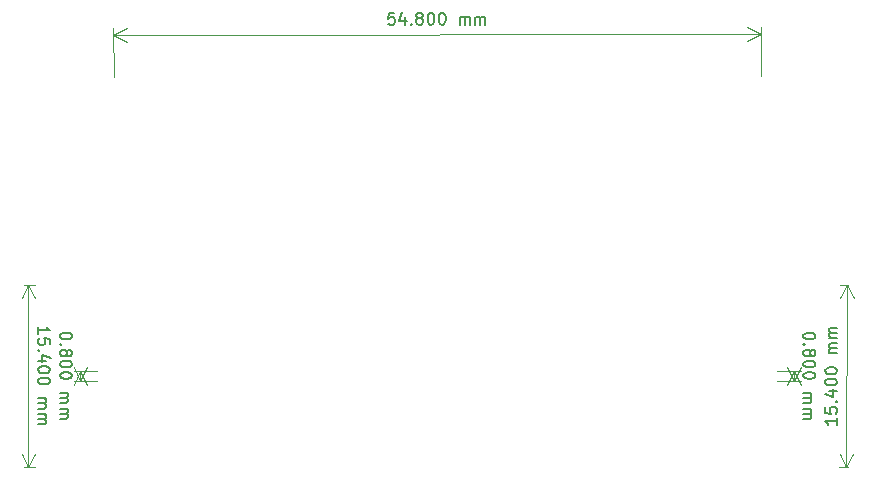
<source format=gbr>
G04 #@! TF.GenerationSoftware,KiCad,Pcbnew,(5.1.2-1)-1*
G04 #@! TF.CreationDate,2019-12-30T17:07:45+01:00*
G04 #@! TF.ProjectId,C64_autofire,4336345f-6175-4746-9f66-6972652e6b69,rev?*
G04 #@! TF.SameCoordinates,Original*
G04 #@! TF.FileFunction,Legend,Bot*
G04 #@! TF.FilePolarity,Positive*
%FSLAX46Y46*%
G04 Gerber Fmt 4.6, Leading zero omitted, Abs format (unit mm)*
G04 Created by KiCad (PCBNEW (5.1.2-1)-1) date 2019-12-30 17:07:45*
%MOMM*%
%LPD*%
G04 APERTURE LIST*
%ADD10C,0.150000*%
%ADD11C,0.120000*%
G04 APERTURE END LIST*
D10*
X64576056Y-23410687D02*
X64099865Y-23411121D01*
X64052681Y-23887355D01*
X64100256Y-23839692D01*
X64195451Y-23791987D01*
X64433546Y-23791769D01*
X64528828Y-23839301D01*
X64576490Y-23886877D01*
X64624196Y-23982072D01*
X64624413Y-24220167D01*
X64576881Y-24315448D01*
X64529306Y-24363111D01*
X64434111Y-24410817D01*
X64196016Y-24411034D01*
X64100734Y-24363502D01*
X64053072Y-24315926D01*
X65481121Y-23743194D02*
X65481730Y-24409861D01*
X65242679Y-23362459D02*
X65005235Y-24076962D01*
X65624283Y-24076397D01*
X66005452Y-24314145D02*
X66053115Y-24361720D01*
X66005539Y-24409383D01*
X65957877Y-24361807D01*
X66005452Y-24314145D01*
X66005539Y-24409383D01*
X66624065Y-23837390D02*
X66528783Y-23789858D01*
X66481121Y-23742282D01*
X66433415Y-23647087D01*
X66433372Y-23599468D01*
X66480904Y-23504187D01*
X66528479Y-23456524D01*
X66623674Y-23408818D01*
X66814150Y-23408645D01*
X66909432Y-23456177D01*
X66957094Y-23503752D01*
X67004800Y-23598947D01*
X67004843Y-23646566D01*
X66957311Y-23741848D01*
X66909736Y-23789510D01*
X66814541Y-23837216D01*
X66624065Y-23837390D01*
X66528870Y-23885096D01*
X66481295Y-23932758D01*
X66433763Y-24028040D01*
X66433936Y-24218516D01*
X66481642Y-24313710D01*
X66529305Y-24361286D01*
X66624586Y-24408818D01*
X66815062Y-24408644D01*
X66910257Y-24360938D01*
X66957833Y-24313276D01*
X67005365Y-24217994D01*
X67005191Y-24027518D01*
X66957485Y-23932324D01*
X66909823Y-23884748D01*
X66814541Y-23837216D01*
X67623674Y-23407906D02*
X67718912Y-23407819D01*
X67814193Y-23455351D01*
X67861856Y-23502927D01*
X67909561Y-23598121D01*
X67957354Y-23788554D01*
X67957572Y-24026649D01*
X67910126Y-24217169D01*
X67862594Y-24312450D01*
X67815019Y-24360113D01*
X67719824Y-24407819D01*
X67624586Y-24407906D01*
X67529304Y-24360374D01*
X67481642Y-24312798D01*
X67433936Y-24217603D01*
X67386143Y-24027171D01*
X67385926Y-23789076D01*
X67433371Y-23598556D01*
X67480903Y-23503274D01*
X67528479Y-23455612D01*
X67623674Y-23407906D01*
X68576054Y-23407037D02*
X68671292Y-23406950D01*
X68766574Y-23454482D01*
X68814236Y-23502058D01*
X68861942Y-23597253D01*
X68909735Y-23787685D01*
X68909952Y-24025780D01*
X68862507Y-24216300D01*
X68814975Y-24311581D01*
X68767399Y-24359244D01*
X68672205Y-24406950D01*
X68576966Y-24407037D01*
X68481685Y-24359505D01*
X68434022Y-24311929D01*
X68386317Y-24216734D01*
X68338524Y-24026302D01*
X68338307Y-23788207D01*
X68385752Y-23597687D01*
X68433284Y-23502405D01*
X68480859Y-23454743D01*
X68576054Y-23407037D01*
X70100775Y-24405646D02*
X70100167Y-23738980D01*
X70100254Y-23834218D02*
X70147830Y-23786556D01*
X70243024Y-23738850D01*
X70385881Y-23738719D01*
X70481163Y-23786251D01*
X70528869Y-23881446D01*
X70529347Y-24405255D01*
X70528869Y-23881446D02*
X70576401Y-23786165D01*
X70671595Y-23738459D01*
X70814453Y-23738328D01*
X70909734Y-23785860D01*
X70957440Y-23881055D01*
X70957918Y-24404864D01*
X71434108Y-24404430D02*
X71433500Y-23737763D01*
X71433587Y-23833001D02*
X71481162Y-23785339D01*
X71576357Y-23737633D01*
X71719214Y-23737503D01*
X71814496Y-23785035D01*
X71862201Y-23880229D01*
X71862679Y-24404039D01*
X71862201Y-23880229D02*
X71909734Y-23784948D01*
X72004928Y-23737242D01*
X72147785Y-23737112D01*
X72243067Y-23784644D01*
X72290773Y-23879838D01*
X72291251Y-24403648D01*
D11*
X40796761Y-25250003D02*
X95596761Y-25200003D01*
X40800000Y-28800000D02*
X40796226Y-24663583D01*
X95600000Y-28750000D02*
X95596226Y-24613583D01*
X95596761Y-25200003D02*
X94470793Y-25787451D01*
X95596761Y-25200003D02*
X94469723Y-24614610D01*
X40796761Y-25250003D02*
X41923799Y-25835396D01*
X40796761Y-25250003D02*
X41922729Y-24662555D01*
D10*
X102046766Y-57718433D02*
X102044910Y-58289859D01*
X102045838Y-58004146D02*
X101045843Y-58000899D01*
X101188390Y-58096600D01*
X101283319Y-58192147D01*
X101330628Y-58287539D01*
X101049708Y-56810429D02*
X101048162Y-57286617D01*
X101524196Y-57335782D01*
X101476731Y-57288009D01*
X101429422Y-57192616D01*
X101430195Y-56954522D01*
X101478123Y-56859439D01*
X101525896Y-56811975D01*
X101621289Y-56764666D01*
X101859383Y-56765439D01*
X101954466Y-56813367D01*
X102001930Y-56861140D01*
X102049239Y-56956532D01*
X102048466Y-57194626D01*
X102000538Y-57289709D01*
X101952765Y-57337173D01*
X101956012Y-56337179D02*
X102003785Y-56289715D01*
X102051249Y-56337488D01*
X102003476Y-56384952D01*
X101956012Y-56337179D01*
X102051249Y-56337488D01*
X101387524Y-55430566D02*
X102054187Y-55432731D01*
X101005800Y-55667423D02*
X101719309Y-55907836D01*
X101721319Y-55288792D01*
X101056511Y-54715202D02*
X101056820Y-54619964D01*
X101104748Y-54524882D01*
X101152522Y-54477417D01*
X101247914Y-54430108D01*
X101438544Y-54383107D01*
X101676638Y-54383880D01*
X101866958Y-54432118D01*
X101962041Y-54480046D01*
X102009505Y-54527819D01*
X102056815Y-54623211D01*
X102056506Y-54718449D01*
X102008578Y-54813532D01*
X101960804Y-54860996D01*
X101865412Y-54908306D01*
X101674782Y-54955306D01*
X101436688Y-54954533D01*
X101246368Y-54906296D01*
X101151285Y-54858368D01*
X101103821Y-54810594D01*
X101056511Y-54715202D01*
X101059603Y-53762826D02*
X101059912Y-53667589D01*
X101107840Y-53572506D01*
X101155614Y-53525041D01*
X101251006Y-53477732D01*
X101441636Y-53430731D01*
X101679730Y-53431504D01*
X101870050Y-53479742D01*
X101965133Y-53527670D01*
X102012598Y-53575443D01*
X102059907Y-53670835D01*
X102059598Y-53766073D01*
X102011670Y-53861156D01*
X101963897Y-53908620D01*
X101868504Y-53955930D01*
X101677875Y-54002930D01*
X101439781Y-54002157D01*
X101249460Y-53953920D01*
X101154377Y-53905992D01*
X101106913Y-53858218D01*
X101059603Y-53762826D01*
X102064545Y-52242271D02*
X101397882Y-52240107D01*
X101493120Y-52240416D02*
X101445656Y-52192643D01*
X101398346Y-52097251D01*
X101398810Y-51954394D01*
X101446738Y-51859311D01*
X101542130Y-51812002D01*
X102065937Y-51813702D01*
X101542130Y-51812002D02*
X101447047Y-51764074D01*
X101399737Y-51668681D01*
X101400201Y-51525825D01*
X101448129Y-51430742D01*
X101543521Y-51383432D01*
X102067328Y-51385133D01*
X102068874Y-50908945D02*
X101402211Y-50906781D01*
X101497449Y-50907090D02*
X101449985Y-50859316D01*
X101402675Y-50763924D01*
X101403139Y-50621068D01*
X101451067Y-50525985D01*
X101546459Y-50478675D01*
X102070266Y-50480376D01*
X101546459Y-50478675D02*
X101451376Y-50430747D01*
X101404066Y-50335355D01*
X101404530Y-50192499D01*
X101452458Y-50097416D01*
X101547850Y-50050106D01*
X102071657Y-50051807D01*
D11*
X102900976Y-46449678D02*
X102850976Y-61849678D01*
X103000000Y-46450000D02*
X102314558Y-46447775D01*
X102950000Y-61850000D02*
X102264558Y-61847775D01*
X102850976Y-61849678D02*
X102268216Y-60721276D01*
X102850976Y-61849678D02*
X103441051Y-60725084D01*
X102900976Y-46449678D02*
X102310901Y-47574272D01*
X102900976Y-46449678D02*
X103483736Y-47578080D01*
D10*
X34417619Y-50578571D02*
X34417619Y-50007142D01*
X34417619Y-50292857D02*
X35417619Y-50292857D01*
X35274761Y-50197619D01*
X35179523Y-50102380D01*
X35131904Y-50007142D01*
X35417619Y-51483333D02*
X35417619Y-51007142D01*
X34941428Y-50959523D01*
X34989047Y-51007142D01*
X35036666Y-51102380D01*
X35036666Y-51340476D01*
X34989047Y-51435714D01*
X34941428Y-51483333D01*
X34846190Y-51530952D01*
X34608095Y-51530952D01*
X34512857Y-51483333D01*
X34465238Y-51435714D01*
X34417619Y-51340476D01*
X34417619Y-51102380D01*
X34465238Y-51007142D01*
X34512857Y-50959523D01*
X34512857Y-51959523D02*
X34465238Y-52007142D01*
X34417619Y-51959523D01*
X34465238Y-51911904D01*
X34512857Y-51959523D01*
X34417619Y-51959523D01*
X35084285Y-52864285D02*
X34417619Y-52864285D01*
X35465238Y-52626190D02*
X34750952Y-52388095D01*
X34750952Y-53007142D01*
X35417619Y-53578571D02*
X35417619Y-53673809D01*
X35370000Y-53769047D01*
X35322380Y-53816666D01*
X35227142Y-53864285D01*
X35036666Y-53911904D01*
X34798571Y-53911904D01*
X34608095Y-53864285D01*
X34512857Y-53816666D01*
X34465238Y-53769047D01*
X34417619Y-53673809D01*
X34417619Y-53578571D01*
X34465238Y-53483333D01*
X34512857Y-53435714D01*
X34608095Y-53388095D01*
X34798571Y-53340476D01*
X35036666Y-53340476D01*
X35227142Y-53388095D01*
X35322380Y-53435714D01*
X35370000Y-53483333D01*
X35417619Y-53578571D01*
X35417619Y-54530952D02*
X35417619Y-54626190D01*
X35370000Y-54721428D01*
X35322380Y-54769047D01*
X35227142Y-54816666D01*
X35036666Y-54864285D01*
X34798571Y-54864285D01*
X34608095Y-54816666D01*
X34512857Y-54769047D01*
X34465238Y-54721428D01*
X34417619Y-54626190D01*
X34417619Y-54530952D01*
X34465238Y-54435714D01*
X34512857Y-54388095D01*
X34608095Y-54340476D01*
X34798571Y-54292857D01*
X35036666Y-54292857D01*
X35227142Y-54340476D01*
X35322380Y-54388095D01*
X35370000Y-54435714D01*
X35417619Y-54530952D01*
X34417619Y-56054761D02*
X35084285Y-56054761D01*
X34989047Y-56054761D02*
X35036666Y-56102380D01*
X35084285Y-56197619D01*
X35084285Y-56340476D01*
X35036666Y-56435714D01*
X34941428Y-56483333D01*
X34417619Y-56483333D01*
X34941428Y-56483333D02*
X35036666Y-56530952D01*
X35084285Y-56626190D01*
X35084285Y-56769047D01*
X35036666Y-56864285D01*
X34941428Y-56911904D01*
X34417619Y-56911904D01*
X34417619Y-57388095D02*
X35084285Y-57388095D01*
X34989047Y-57388095D02*
X35036666Y-57435714D01*
X35084285Y-57530952D01*
X35084285Y-57673809D01*
X35036666Y-57769047D01*
X34941428Y-57816666D01*
X34417619Y-57816666D01*
X34941428Y-57816666D02*
X35036666Y-57864285D01*
X35084285Y-57959523D01*
X35084285Y-58102380D01*
X35036666Y-58197619D01*
X34941428Y-58245238D01*
X34417619Y-58245238D01*
D11*
X33600000Y-46450000D02*
X33600000Y-61850000D01*
X33200000Y-46450000D02*
X34186421Y-46450000D01*
X33200000Y-61850000D02*
X34186421Y-61850000D01*
X33600000Y-61850000D02*
X33013579Y-60723496D01*
X33600000Y-61850000D02*
X34186421Y-60723496D01*
X33600000Y-46450000D02*
X33013579Y-47576504D01*
X33600000Y-46450000D02*
X34186421Y-47576504D01*
D10*
X37277619Y-50721428D02*
X37277619Y-50816666D01*
X37230000Y-50911904D01*
X37182380Y-50959523D01*
X37087142Y-51007142D01*
X36896666Y-51054761D01*
X36658571Y-51054761D01*
X36468095Y-51007142D01*
X36372857Y-50959523D01*
X36325238Y-50911904D01*
X36277619Y-50816666D01*
X36277619Y-50721428D01*
X36325238Y-50626190D01*
X36372857Y-50578571D01*
X36468095Y-50530952D01*
X36658571Y-50483333D01*
X36896666Y-50483333D01*
X37087142Y-50530952D01*
X37182380Y-50578571D01*
X37230000Y-50626190D01*
X37277619Y-50721428D01*
X36372857Y-51483333D02*
X36325238Y-51530952D01*
X36277619Y-51483333D01*
X36325238Y-51435714D01*
X36372857Y-51483333D01*
X36277619Y-51483333D01*
X36849047Y-52102380D02*
X36896666Y-52007142D01*
X36944285Y-51959523D01*
X37039523Y-51911904D01*
X37087142Y-51911904D01*
X37182380Y-51959523D01*
X37230000Y-52007142D01*
X37277619Y-52102380D01*
X37277619Y-52292857D01*
X37230000Y-52388095D01*
X37182380Y-52435714D01*
X37087142Y-52483333D01*
X37039523Y-52483333D01*
X36944285Y-52435714D01*
X36896666Y-52388095D01*
X36849047Y-52292857D01*
X36849047Y-52102380D01*
X36801428Y-52007142D01*
X36753809Y-51959523D01*
X36658571Y-51911904D01*
X36468095Y-51911904D01*
X36372857Y-51959523D01*
X36325238Y-52007142D01*
X36277619Y-52102380D01*
X36277619Y-52292857D01*
X36325238Y-52388095D01*
X36372857Y-52435714D01*
X36468095Y-52483333D01*
X36658571Y-52483333D01*
X36753809Y-52435714D01*
X36801428Y-52388095D01*
X36849047Y-52292857D01*
X37277619Y-53102380D02*
X37277619Y-53197619D01*
X37230000Y-53292857D01*
X37182380Y-53340476D01*
X37087142Y-53388095D01*
X36896666Y-53435714D01*
X36658571Y-53435714D01*
X36468095Y-53388095D01*
X36372857Y-53340476D01*
X36325238Y-53292857D01*
X36277619Y-53197619D01*
X36277619Y-53102380D01*
X36325238Y-53007142D01*
X36372857Y-52959523D01*
X36468095Y-52911904D01*
X36658571Y-52864285D01*
X36896666Y-52864285D01*
X37087142Y-52911904D01*
X37182380Y-52959523D01*
X37230000Y-53007142D01*
X37277619Y-53102380D01*
X37277619Y-54054761D02*
X37277619Y-54150000D01*
X37230000Y-54245238D01*
X37182380Y-54292857D01*
X37087142Y-54340476D01*
X36896666Y-54388095D01*
X36658571Y-54388095D01*
X36468095Y-54340476D01*
X36372857Y-54292857D01*
X36325238Y-54245238D01*
X36277619Y-54150000D01*
X36277619Y-54054761D01*
X36325238Y-53959523D01*
X36372857Y-53911904D01*
X36468095Y-53864285D01*
X36658571Y-53816666D01*
X36896666Y-53816666D01*
X37087142Y-53864285D01*
X37182380Y-53911904D01*
X37230000Y-53959523D01*
X37277619Y-54054761D01*
X36277619Y-55578571D02*
X36944285Y-55578571D01*
X36849047Y-55578571D02*
X36896666Y-55626190D01*
X36944285Y-55721428D01*
X36944285Y-55864285D01*
X36896666Y-55959523D01*
X36801428Y-56007142D01*
X36277619Y-56007142D01*
X36801428Y-56007142D02*
X36896666Y-56054761D01*
X36944285Y-56150000D01*
X36944285Y-56292857D01*
X36896666Y-56388095D01*
X36801428Y-56435714D01*
X36277619Y-56435714D01*
X36277619Y-56911904D02*
X36944285Y-56911904D01*
X36849047Y-56911904D02*
X36896666Y-56959523D01*
X36944285Y-57054761D01*
X36944285Y-57197619D01*
X36896666Y-57292857D01*
X36801428Y-57340476D01*
X36277619Y-57340476D01*
X36801428Y-57340476D02*
X36896666Y-57388095D01*
X36944285Y-57483333D01*
X36944285Y-57626190D01*
X36896666Y-57721428D01*
X36801428Y-57769047D01*
X36277619Y-57769047D01*
D11*
X38000000Y-53750000D02*
X38000000Y-54550000D01*
X39400000Y-53750000D02*
X37413579Y-53750000D01*
X39400000Y-54550000D02*
X37413579Y-54550000D01*
X38000000Y-54550000D02*
X37413579Y-53423496D01*
X38000000Y-54550000D02*
X38586421Y-53423496D01*
X38000000Y-53750000D02*
X37413579Y-54876504D01*
X38000000Y-53750000D02*
X38586421Y-54876504D01*
D10*
X100217619Y-50721428D02*
X100217619Y-50816666D01*
X100170000Y-50911904D01*
X100122380Y-50959523D01*
X100027142Y-51007142D01*
X99836666Y-51054761D01*
X99598571Y-51054761D01*
X99408095Y-51007142D01*
X99312857Y-50959523D01*
X99265238Y-50911904D01*
X99217619Y-50816666D01*
X99217619Y-50721428D01*
X99265238Y-50626190D01*
X99312857Y-50578571D01*
X99408095Y-50530952D01*
X99598571Y-50483333D01*
X99836666Y-50483333D01*
X100027142Y-50530952D01*
X100122380Y-50578571D01*
X100170000Y-50626190D01*
X100217619Y-50721428D01*
X99312857Y-51483333D02*
X99265238Y-51530952D01*
X99217619Y-51483333D01*
X99265238Y-51435714D01*
X99312857Y-51483333D01*
X99217619Y-51483333D01*
X99789047Y-52102380D02*
X99836666Y-52007142D01*
X99884285Y-51959523D01*
X99979523Y-51911904D01*
X100027142Y-51911904D01*
X100122380Y-51959523D01*
X100170000Y-52007142D01*
X100217619Y-52102380D01*
X100217619Y-52292857D01*
X100170000Y-52388095D01*
X100122380Y-52435714D01*
X100027142Y-52483333D01*
X99979523Y-52483333D01*
X99884285Y-52435714D01*
X99836666Y-52388095D01*
X99789047Y-52292857D01*
X99789047Y-52102380D01*
X99741428Y-52007142D01*
X99693809Y-51959523D01*
X99598571Y-51911904D01*
X99408095Y-51911904D01*
X99312857Y-51959523D01*
X99265238Y-52007142D01*
X99217619Y-52102380D01*
X99217619Y-52292857D01*
X99265238Y-52388095D01*
X99312857Y-52435714D01*
X99408095Y-52483333D01*
X99598571Y-52483333D01*
X99693809Y-52435714D01*
X99741428Y-52388095D01*
X99789047Y-52292857D01*
X100217619Y-53102380D02*
X100217619Y-53197619D01*
X100170000Y-53292857D01*
X100122380Y-53340476D01*
X100027142Y-53388095D01*
X99836666Y-53435714D01*
X99598571Y-53435714D01*
X99408095Y-53388095D01*
X99312857Y-53340476D01*
X99265238Y-53292857D01*
X99217619Y-53197619D01*
X99217619Y-53102380D01*
X99265238Y-53007142D01*
X99312857Y-52959523D01*
X99408095Y-52911904D01*
X99598571Y-52864285D01*
X99836666Y-52864285D01*
X100027142Y-52911904D01*
X100122380Y-52959523D01*
X100170000Y-53007142D01*
X100217619Y-53102380D01*
X100217619Y-54054761D02*
X100217619Y-54150000D01*
X100170000Y-54245238D01*
X100122380Y-54292857D01*
X100027142Y-54340476D01*
X99836666Y-54388095D01*
X99598571Y-54388095D01*
X99408095Y-54340476D01*
X99312857Y-54292857D01*
X99265238Y-54245238D01*
X99217619Y-54150000D01*
X99217619Y-54054761D01*
X99265238Y-53959523D01*
X99312857Y-53911904D01*
X99408095Y-53864285D01*
X99598571Y-53816666D01*
X99836666Y-53816666D01*
X100027142Y-53864285D01*
X100122380Y-53911904D01*
X100170000Y-53959523D01*
X100217619Y-54054761D01*
X99217619Y-55578571D02*
X99884285Y-55578571D01*
X99789047Y-55578571D02*
X99836666Y-55626190D01*
X99884285Y-55721428D01*
X99884285Y-55864285D01*
X99836666Y-55959523D01*
X99741428Y-56007142D01*
X99217619Y-56007142D01*
X99741428Y-56007142D02*
X99836666Y-56054761D01*
X99884285Y-56150000D01*
X99884285Y-56292857D01*
X99836666Y-56388095D01*
X99741428Y-56435714D01*
X99217619Y-56435714D01*
X99217619Y-56911904D02*
X99884285Y-56911904D01*
X99789047Y-56911904D02*
X99836666Y-56959523D01*
X99884285Y-57054761D01*
X99884285Y-57197619D01*
X99836666Y-57292857D01*
X99741428Y-57340476D01*
X99217619Y-57340476D01*
X99741428Y-57340476D02*
X99836666Y-57388095D01*
X99884285Y-57483333D01*
X99884285Y-57626190D01*
X99836666Y-57721428D01*
X99741428Y-57769047D01*
X99217619Y-57769047D01*
D11*
X98400000Y-53750000D02*
X98400000Y-54550000D01*
X97000000Y-53750000D02*
X98986421Y-53750000D01*
X97000000Y-54550000D02*
X98986421Y-54550000D01*
X98400000Y-54550000D02*
X97813579Y-53423496D01*
X98400000Y-54550000D02*
X98986421Y-53423496D01*
X98400000Y-53750000D02*
X97813579Y-54876504D01*
X98400000Y-53750000D02*
X98986421Y-54876504D01*
M02*

</source>
